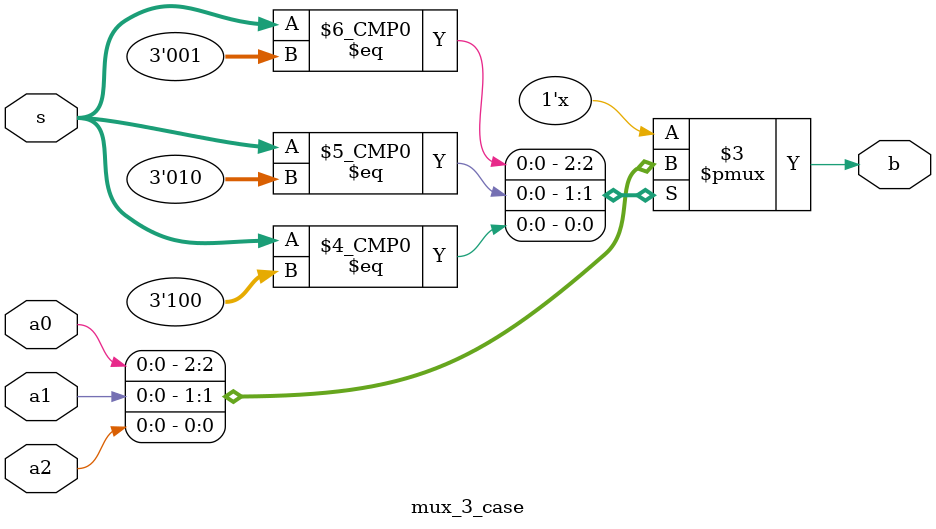
<source format=v>

module mux_3_case (
    a2,a1,a0,s,b
);
    parameter k = 1;
    input [k-1:0] a2,a1,a0; //输入信号
    input [2:0] s;//独热码选择信号
    output [k-1:0] b;//输出信号
    reg [k-1:0] b;

    always @(*) begin
        case (s)
            3'b001 : b=a0;
            3'b010 : b=a1;
            3'b100 : b=a2; 
            default: b={k{1'bx}};
        endcase
    end
endmodule

</source>
